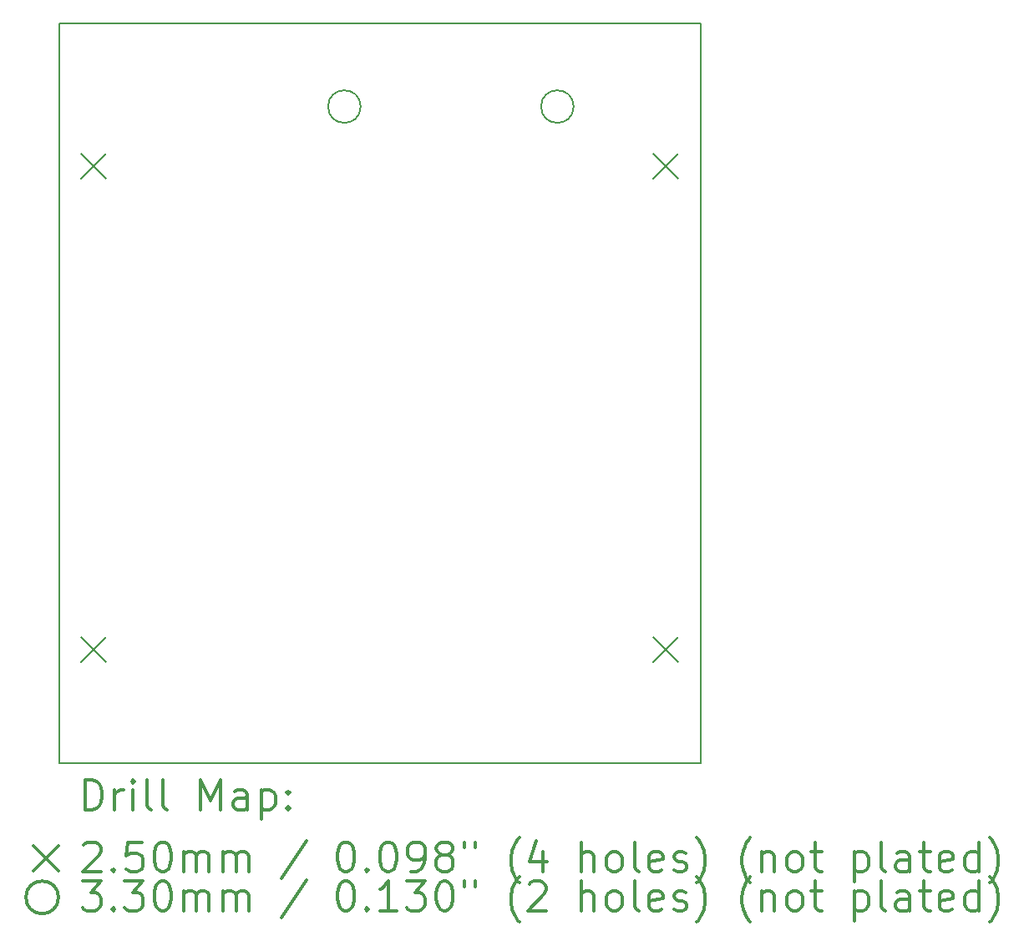
<source format=gbr>
%FSLAX45Y45*%
G04 Gerber Fmt 4.5, Leading zero omitted, Abs format (unit mm)*
G04 Created by KiCad (PCBNEW 4.0.7) date 06/19/19 10:20:38*
%MOMM*%
%LPD*%
G01*
G04 APERTURE LIST*
%ADD10C,0.127000*%
%ADD11C,0.150000*%
%ADD12C,0.200000*%
%ADD13C,0.300000*%
G04 APERTURE END LIST*
D10*
D11*
X6500000Y7500000D02*
X0Y7500000D01*
X6500000Y0D02*
X6500000Y7500000D01*
X0Y0D02*
X6500000Y0D01*
X0Y7500000D02*
X0Y0D01*
D12*
X225000Y6175000D02*
X475000Y5925000D01*
X475000Y6175000D02*
X225000Y5925000D01*
X225000Y1275000D02*
X475000Y1025000D01*
X475000Y1275000D02*
X225000Y1025000D01*
X6025000Y6175000D02*
X6275000Y5925000D01*
X6275000Y6175000D02*
X6025000Y5925000D01*
X6025000Y1275000D02*
X6275000Y1025000D01*
X6275000Y1275000D02*
X6025000Y1025000D01*
X3056000Y6655000D02*
G75*
G03X3056000Y6655000I-165000J0D01*
G01*
X5215000Y6655000D02*
G75*
G03X5215000Y6655000I-165000J0D01*
G01*
D13*
X263929Y-473214D02*
X263929Y-173214D01*
X335357Y-173214D01*
X378214Y-187500D01*
X406786Y-216071D01*
X421071Y-244643D01*
X435357Y-301786D01*
X435357Y-344643D01*
X421071Y-401786D01*
X406786Y-430357D01*
X378214Y-458929D01*
X335357Y-473214D01*
X263929Y-473214D01*
X563929Y-473214D02*
X563929Y-273214D01*
X563929Y-330357D02*
X578214Y-301786D01*
X592500Y-287500D01*
X621071Y-273214D01*
X649643Y-273214D01*
X749643Y-473214D02*
X749643Y-273214D01*
X749643Y-173214D02*
X735357Y-187500D01*
X749643Y-201786D01*
X763928Y-187500D01*
X749643Y-173214D01*
X749643Y-201786D01*
X935357Y-473214D02*
X906786Y-458929D01*
X892500Y-430357D01*
X892500Y-173214D01*
X1092500Y-473214D02*
X1063929Y-458929D01*
X1049643Y-430357D01*
X1049643Y-173214D01*
X1435357Y-473214D02*
X1435357Y-173214D01*
X1535357Y-387500D01*
X1635357Y-173214D01*
X1635357Y-473214D01*
X1906786Y-473214D02*
X1906786Y-316072D01*
X1892500Y-287500D01*
X1863928Y-273214D01*
X1806786Y-273214D01*
X1778214Y-287500D01*
X1906786Y-458929D02*
X1878214Y-473214D01*
X1806786Y-473214D01*
X1778214Y-458929D01*
X1763928Y-430357D01*
X1763928Y-401786D01*
X1778214Y-373214D01*
X1806786Y-358929D01*
X1878214Y-358929D01*
X1906786Y-344643D01*
X2049643Y-273214D02*
X2049643Y-573214D01*
X2049643Y-287500D02*
X2078214Y-273214D01*
X2135357Y-273214D01*
X2163929Y-287500D01*
X2178214Y-301786D01*
X2192500Y-330357D01*
X2192500Y-416071D01*
X2178214Y-444643D01*
X2163929Y-458929D01*
X2135357Y-473214D01*
X2078214Y-473214D01*
X2049643Y-458929D01*
X2321071Y-444643D02*
X2335357Y-458929D01*
X2321071Y-473214D01*
X2306786Y-458929D01*
X2321071Y-444643D01*
X2321071Y-473214D01*
X2321071Y-287500D02*
X2335357Y-301786D01*
X2321071Y-316072D01*
X2306786Y-301786D01*
X2321071Y-287500D01*
X2321071Y-316072D01*
X-257500Y-842500D02*
X-7500Y-1092500D01*
X-7500Y-842500D02*
X-257500Y-1092500D01*
X249643Y-831786D02*
X263929Y-817500D01*
X292500Y-803214D01*
X363928Y-803214D01*
X392500Y-817500D01*
X406786Y-831786D01*
X421071Y-860357D01*
X421071Y-888929D01*
X406786Y-931786D01*
X235357Y-1103214D01*
X421071Y-1103214D01*
X549643Y-1074643D02*
X563929Y-1088929D01*
X549643Y-1103214D01*
X535357Y-1088929D01*
X549643Y-1074643D01*
X549643Y-1103214D01*
X835357Y-803214D02*
X692500Y-803214D01*
X678214Y-946071D01*
X692500Y-931786D01*
X721071Y-917500D01*
X792500Y-917500D01*
X821071Y-931786D01*
X835357Y-946071D01*
X849643Y-974643D01*
X849643Y-1046071D01*
X835357Y-1074643D01*
X821071Y-1088929D01*
X792500Y-1103214D01*
X721071Y-1103214D01*
X692500Y-1088929D01*
X678214Y-1074643D01*
X1035357Y-803214D02*
X1063929Y-803214D01*
X1092500Y-817500D01*
X1106786Y-831786D01*
X1121071Y-860357D01*
X1135357Y-917500D01*
X1135357Y-988929D01*
X1121071Y-1046071D01*
X1106786Y-1074643D01*
X1092500Y-1088929D01*
X1063929Y-1103214D01*
X1035357Y-1103214D01*
X1006786Y-1088929D01*
X992500Y-1074643D01*
X978214Y-1046071D01*
X963928Y-988929D01*
X963928Y-917500D01*
X978214Y-860357D01*
X992500Y-831786D01*
X1006786Y-817500D01*
X1035357Y-803214D01*
X1263929Y-1103214D02*
X1263929Y-903214D01*
X1263929Y-931786D02*
X1278214Y-917500D01*
X1306786Y-903214D01*
X1349643Y-903214D01*
X1378214Y-917500D01*
X1392500Y-946071D01*
X1392500Y-1103214D01*
X1392500Y-946071D02*
X1406786Y-917500D01*
X1435357Y-903214D01*
X1478214Y-903214D01*
X1506786Y-917500D01*
X1521071Y-946071D01*
X1521071Y-1103214D01*
X1663928Y-1103214D02*
X1663928Y-903214D01*
X1663928Y-931786D02*
X1678214Y-917500D01*
X1706786Y-903214D01*
X1749643Y-903214D01*
X1778214Y-917500D01*
X1792500Y-946071D01*
X1792500Y-1103214D01*
X1792500Y-946071D02*
X1806786Y-917500D01*
X1835357Y-903214D01*
X1878214Y-903214D01*
X1906786Y-917500D01*
X1921071Y-946071D01*
X1921071Y-1103214D01*
X2506786Y-788929D02*
X2249643Y-1174643D01*
X2892500Y-803214D02*
X2921071Y-803214D01*
X2949643Y-817500D01*
X2963928Y-831786D01*
X2978214Y-860357D01*
X2992500Y-917500D01*
X2992500Y-988929D01*
X2978214Y-1046071D01*
X2963928Y-1074643D01*
X2949643Y-1088929D01*
X2921071Y-1103214D01*
X2892500Y-1103214D01*
X2863928Y-1088929D01*
X2849643Y-1074643D01*
X2835357Y-1046071D01*
X2821071Y-988929D01*
X2821071Y-917500D01*
X2835357Y-860357D01*
X2849643Y-831786D01*
X2863928Y-817500D01*
X2892500Y-803214D01*
X3121071Y-1074643D02*
X3135357Y-1088929D01*
X3121071Y-1103214D01*
X3106786Y-1088929D01*
X3121071Y-1074643D01*
X3121071Y-1103214D01*
X3321071Y-803214D02*
X3349643Y-803214D01*
X3378214Y-817500D01*
X3392500Y-831786D01*
X3406785Y-860357D01*
X3421071Y-917500D01*
X3421071Y-988929D01*
X3406785Y-1046071D01*
X3392500Y-1074643D01*
X3378214Y-1088929D01*
X3349643Y-1103214D01*
X3321071Y-1103214D01*
X3292500Y-1088929D01*
X3278214Y-1074643D01*
X3263928Y-1046071D01*
X3249643Y-988929D01*
X3249643Y-917500D01*
X3263928Y-860357D01*
X3278214Y-831786D01*
X3292500Y-817500D01*
X3321071Y-803214D01*
X3563928Y-1103214D02*
X3621071Y-1103214D01*
X3649643Y-1088929D01*
X3663928Y-1074643D01*
X3692500Y-1031786D01*
X3706785Y-974643D01*
X3706785Y-860357D01*
X3692500Y-831786D01*
X3678214Y-817500D01*
X3649643Y-803214D01*
X3592500Y-803214D01*
X3563928Y-817500D01*
X3549643Y-831786D01*
X3535357Y-860357D01*
X3535357Y-931786D01*
X3549643Y-960357D01*
X3563928Y-974643D01*
X3592500Y-988929D01*
X3649643Y-988929D01*
X3678214Y-974643D01*
X3692500Y-960357D01*
X3706785Y-931786D01*
X3878214Y-931786D02*
X3849643Y-917500D01*
X3835357Y-903214D01*
X3821071Y-874643D01*
X3821071Y-860357D01*
X3835357Y-831786D01*
X3849643Y-817500D01*
X3878214Y-803214D01*
X3935357Y-803214D01*
X3963928Y-817500D01*
X3978214Y-831786D01*
X3992500Y-860357D01*
X3992500Y-874643D01*
X3978214Y-903214D01*
X3963928Y-917500D01*
X3935357Y-931786D01*
X3878214Y-931786D01*
X3849643Y-946071D01*
X3835357Y-960357D01*
X3821071Y-988929D01*
X3821071Y-1046071D01*
X3835357Y-1074643D01*
X3849643Y-1088929D01*
X3878214Y-1103214D01*
X3935357Y-1103214D01*
X3963928Y-1088929D01*
X3978214Y-1074643D01*
X3992500Y-1046071D01*
X3992500Y-988929D01*
X3978214Y-960357D01*
X3963928Y-946071D01*
X3935357Y-931786D01*
X4106786Y-803214D02*
X4106786Y-860357D01*
X4221071Y-803214D02*
X4221071Y-860357D01*
X4663928Y-1217500D02*
X4649643Y-1203214D01*
X4621071Y-1160357D01*
X4606786Y-1131786D01*
X4592500Y-1088929D01*
X4578214Y-1017500D01*
X4578214Y-960357D01*
X4592500Y-888929D01*
X4606786Y-846071D01*
X4621071Y-817500D01*
X4649643Y-774643D01*
X4663928Y-760357D01*
X4906786Y-903214D02*
X4906786Y-1103214D01*
X4835357Y-788929D02*
X4763928Y-1003214D01*
X4949643Y-1003214D01*
X5292500Y-1103214D02*
X5292500Y-803214D01*
X5421071Y-1103214D02*
X5421071Y-946071D01*
X5406786Y-917500D01*
X5378214Y-903214D01*
X5335357Y-903214D01*
X5306786Y-917500D01*
X5292500Y-931786D01*
X5606785Y-1103214D02*
X5578214Y-1088929D01*
X5563928Y-1074643D01*
X5549643Y-1046071D01*
X5549643Y-960357D01*
X5563928Y-931786D01*
X5578214Y-917500D01*
X5606785Y-903214D01*
X5649643Y-903214D01*
X5678214Y-917500D01*
X5692500Y-931786D01*
X5706785Y-960357D01*
X5706785Y-1046071D01*
X5692500Y-1074643D01*
X5678214Y-1088929D01*
X5649643Y-1103214D01*
X5606785Y-1103214D01*
X5878214Y-1103214D02*
X5849643Y-1088929D01*
X5835357Y-1060357D01*
X5835357Y-803214D01*
X6106786Y-1088929D02*
X6078214Y-1103214D01*
X6021071Y-1103214D01*
X5992500Y-1088929D01*
X5978214Y-1060357D01*
X5978214Y-946071D01*
X5992500Y-917500D01*
X6021071Y-903214D01*
X6078214Y-903214D01*
X6106786Y-917500D01*
X6121071Y-946071D01*
X6121071Y-974643D01*
X5978214Y-1003214D01*
X6235357Y-1088929D02*
X6263928Y-1103214D01*
X6321071Y-1103214D01*
X6349643Y-1088929D01*
X6363928Y-1060357D01*
X6363928Y-1046071D01*
X6349643Y-1017500D01*
X6321071Y-1003214D01*
X6278214Y-1003214D01*
X6249643Y-988929D01*
X6235357Y-960357D01*
X6235357Y-946071D01*
X6249643Y-917500D01*
X6278214Y-903214D01*
X6321071Y-903214D01*
X6349643Y-917500D01*
X6463928Y-1217500D02*
X6478214Y-1203214D01*
X6506786Y-1160357D01*
X6521071Y-1131786D01*
X6535357Y-1088929D01*
X6549643Y-1017500D01*
X6549643Y-960357D01*
X6535357Y-888929D01*
X6521071Y-846071D01*
X6506786Y-817500D01*
X6478214Y-774643D01*
X6463928Y-760357D01*
X7006786Y-1217500D02*
X6992500Y-1203214D01*
X6963928Y-1160357D01*
X6949643Y-1131786D01*
X6935357Y-1088929D01*
X6921071Y-1017500D01*
X6921071Y-960357D01*
X6935357Y-888929D01*
X6949643Y-846071D01*
X6963928Y-817500D01*
X6992500Y-774643D01*
X7006786Y-760357D01*
X7121071Y-903214D02*
X7121071Y-1103214D01*
X7121071Y-931786D02*
X7135357Y-917500D01*
X7163928Y-903214D01*
X7206786Y-903214D01*
X7235357Y-917500D01*
X7249643Y-946071D01*
X7249643Y-1103214D01*
X7435357Y-1103214D02*
X7406786Y-1088929D01*
X7392500Y-1074643D01*
X7378214Y-1046071D01*
X7378214Y-960357D01*
X7392500Y-931786D01*
X7406786Y-917500D01*
X7435357Y-903214D01*
X7478214Y-903214D01*
X7506786Y-917500D01*
X7521071Y-931786D01*
X7535357Y-960357D01*
X7535357Y-1046071D01*
X7521071Y-1074643D01*
X7506786Y-1088929D01*
X7478214Y-1103214D01*
X7435357Y-1103214D01*
X7621071Y-903214D02*
X7735357Y-903214D01*
X7663928Y-803214D02*
X7663928Y-1060357D01*
X7678214Y-1088929D01*
X7706786Y-1103214D01*
X7735357Y-1103214D01*
X8063928Y-903214D02*
X8063928Y-1203214D01*
X8063928Y-917500D02*
X8092500Y-903214D01*
X8149643Y-903214D01*
X8178214Y-917500D01*
X8192500Y-931786D01*
X8206786Y-960357D01*
X8206786Y-1046071D01*
X8192500Y-1074643D01*
X8178214Y-1088929D01*
X8149643Y-1103214D01*
X8092500Y-1103214D01*
X8063928Y-1088929D01*
X8378214Y-1103214D02*
X8349643Y-1088929D01*
X8335357Y-1060357D01*
X8335357Y-803214D01*
X8621071Y-1103214D02*
X8621071Y-946071D01*
X8606786Y-917500D01*
X8578214Y-903214D01*
X8521071Y-903214D01*
X8492500Y-917500D01*
X8621071Y-1088929D02*
X8592500Y-1103214D01*
X8521071Y-1103214D01*
X8492500Y-1088929D01*
X8478214Y-1060357D01*
X8478214Y-1031786D01*
X8492500Y-1003214D01*
X8521071Y-988929D01*
X8592500Y-988929D01*
X8621071Y-974643D01*
X8721071Y-903214D02*
X8835357Y-903214D01*
X8763929Y-803214D02*
X8763929Y-1060357D01*
X8778214Y-1088929D01*
X8806786Y-1103214D01*
X8835357Y-1103214D01*
X9049643Y-1088929D02*
X9021072Y-1103214D01*
X8963929Y-1103214D01*
X8935357Y-1088929D01*
X8921072Y-1060357D01*
X8921072Y-946071D01*
X8935357Y-917500D01*
X8963929Y-903214D01*
X9021072Y-903214D01*
X9049643Y-917500D01*
X9063929Y-946071D01*
X9063929Y-974643D01*
X8921072Y-1003214D01*
X9321072Y-1103214D02*
X9321072Y-803214D01*
X9321072Y-1088929D02*
X9292500Y-1103214D01*
X9235357Y-1103214D01*
X9206786Y-1088929D01*
X9192500Y-1074643D01*
X9178214Y-1046071D01*
X9178214Y-960357D01*
X9192500Y-931786D01*
X9206786Y-917500D01*
X9235357Y-903214D01*
X9292500Y-903214D01*
X9321072Y-917500D01*
X9435357Y-1217500D02*
X9449643Y-1203214D01*
X9478214Y-1160357D01*
X9492500Y-1131786D01*
X9506786Y-1088929D01*
X9521072Y-1017500D01*
X9521072Y-960357D01*
X9506786Y-888929D01*
X9492500Y-846071D01*
X9478214Y-817500D01*
X9449643Y-774643D01*
X9435357Y-760357D01*
X-7500Y-1363500D02*
G75*
G03X-7500Y-1363500I-165000J0D01*
G01*
X235357Y-1199214D02*
X421071Y-1199214D01*
X321071Y-1313500D01*
X363928Y-1313500D01*
X392500Y-1327786D01*
X406786Y-1342072D01*
X421071Y-1370643D01*
X421071Y-1442071D01*
X406786Y-1470643D01*
X392500Y-1484929D01*
X363928Y-1499214D01*
X278214Y-1499214D01*
X249643Y-1484929D01*
X235357Y-1470643D01*
X549643Y-1470643D02*
X563929Y-1484929D01*
X549643Y-1499214D01*
X535357Y-1484929D01*
X549643Y-1470643D01*
X549643Y-1499214D01*
X663928Y-1199214D02*
X849643Y-1199214D01*
X749643Y-1313500D01*
X792500Y-1313500D01*
X821071Y-1327786D01*
X835357Y-1342072D01*
X849643Y-1370643D01*
X849643Y-1442071D01*
X835357Y-1470643D01*
X821071Y-1484929D01*
X792500Y-1499214D01*
X706786Y-1499214D01*
X678214Y-1484929D01*
X663928Y-1470643D01*
X1035357Y-1199214D02*
X1063929Y-1199214D01*
X1092500Y-1213500D01*
X1106786Y-1227786D01*
X1121071Y-1256357D01*
X1135357Y-1313500D01*
X1135357Y-1384929D01*
X1121071Y-1442071D01*
X1106786Y-1470643D01*
X1092500Y-1484929D01*
X1063929Y-1499214D01*
X1035357Y-1499214D01*
X1006786Y-1484929D01*
X992500Y-1470643D01*
X978214Y-1442071D01*
X963928Y-1384929D01*
X963928Y-1313500D01*
X978214Y-1256357D01*
X992500Y-1227786D01*
X1006786Y-1213500D01*
X1035357Y-1199214D01*
X1263929Y-1499214D02*
X1263929Y-1299214D01*
X1263929Y-1327786D02*
X1278214Y-1313500D01*
X1306786Y-1299214D01*
X1349643Y-1299214D01*
X1378214Y-1313500D01*
X1392500Y-1342072D01*
X1392500Y-1499214D01*
X1392500Y-1342072D02*
X1406786Y-1313500D01*
X1435357Y-1299214D01*
X1478214Y-1299214D01*
X1506786Y-1313500D01*
X1521071Y-1342072D01*
X1521071Y-1499214D01*
X1663928Y-1499214D02*
X1663928Y-1299214D01*
X1663928Y-1327786D02*
X1678214Y-1313500D01*
X1706786Y-1299214D01*
X1749643Y-1299214D01*
X1778214Y-1313500D01*
X1792500Y-1342072D01*
X1792500Y-1499214D01*
X1792500Y-1342072D02*
X1806786Y-1313500D01*
X1835357Y-1299214D01*
X1878214Y-1299214D01*
X1906786Y-1313500D01*
X1921071Y-1342072D01*
X1921071Y-1499214D01*
X2506786Y-1184929D02*
X2249643Y-1570643D01*
X2892500Y-1199214D02*
X2921071Y-1199214D01*
X2949643Y-1213500D01*
X2963928Y-1227786D01*
X2978214Y-1256357D01*
X2992500Y-1313500D01*
X2992500Y-1384929D01*
X2978214Y-1442071D01*
X2963928Y-1470643D01*
X2949643Y-1484929D01*
X2921071Y-1499214D01*
X2892500Y-1499214D01*
X2863928Y-1484929D01*
X2849643Y-1470643D01*
X2835357Y-1442071D01*
X2821071Y-1384929D01*
X2821071Y-1313500D01*
X2835357Y-1256357D01*
X2849643Y-1227786D01*
X2863928Y-1213500D01*
X2892500Y-1199214D01*
X3121071Y-1470643D02*
X3135357Y-1484929D01*
X3121071Y-1499214D01*
X3106786Y-1484929D01*
X3121071Y-1470643D01*
X3121071Y-1499214D01*
X3421071Y-1499214D02*
X3249643Y-1499214D01*
X3335357Y-1499214D02*
X3335357Y-1199214D01*
X3306785Y-1242072D01*
X3278214Y-1270643D01*
X3249643Y-1284929D01*
X3521071Y-1199214D02*
X3706785Y-1199214D01*
X3606785Y-1313500D01*
X3649643Y-1313500D01*
X3678214Y-1327786D01*
X3692500Y-1342072D01*
X3706785Y-1370643D01*
X3706785Y-1442071D01*
X3692500Y-1470643D01*
X3678214Y-1484929D01*
X3649643Y-1499214D01*
X3563928Y-1499214D01*
X3535357Y-1484929D01*
X3521071Y-1470643D01*
X3892500Y-1199214D02*
X3921071Y-1199214D01*
X3949643Y-1213500D01*
X3963928Y-1227786D01*
X3978214Y-1256357D01*
X3992500Y-1313500D01*
X3992500Y-1384929D01*
X3978214Y-1442071D01*
X3963928Y-1470643D01*
X3949643Y-1484929D01*
X3921071Y-1499214D01*
X3892500Y-1499214D01*
X3863928Y-1484929D01*
X3849643Y-1470643D01*
X3835357Y-1442071D01*
X3821071Y-1384929D01*
X3821071Y-1313500D01*
X3835357Y-1256357D01*
X3849643Y-1227786D01*
X3863928Y-1213500D01*
X3892500Y-1199214D01*
X4106786Y-1199214D02*
X4106786Y-1256357D01*
X4221071Y-1199214D02*
X4221071Y-1256357D01*
X4663928Y-1613500D02*
X4649643Y-1599214D01*
X4621071Y-1556357D01*
X4606786Y-1527786D01*
X4592500Y-1484929D01*
X4578214Y-1413500D01*
X4578214Y-1356357D01*
X4592500Y-1284929D01*
X4606786Y-1242072D01*
X4621071Y-1213500D01*
X4649643Y-1170643D01*
X4663928Y-1156357D01*
X4763928Y-1227786D02*
X4778214Y-1213500D01*
X4806786Y-1199214D01*
X4878214Y-1199214D01*
X4906786Y-1213500D01*
X4921071Y-1227786D01*
X4935357Y-1256357D01*
X4935357Y-1284929D01*
X4921071Y-1327786D01*
X4749643Y-1499214D01*
X4935357Y-1499214D01*
X5292500Y-1499214D02*
X5292500Y-1199214D01*
X5421071Y-1499214D02*
X5421071Y-1342072D01*
X5406786Y-1313500D01*
X5378214Y-1299214D01*
X5335357Y-1299214D01*
X5306786Y-1313500D01*
X5292500Y-1327786D01*
X5606785Y-1499214D02*
X5578214Y-1484929D01*
X5563928Y-1470643D01*
X5549643Y-1442071D01*
X5549643Y-1356357D01*
X5563928Y-1327786D01*
X5578214Y-1313500D01*
X5606785Y-1299214D01*
X5649643Y-1299214D01*
X5678214Y-1313500D01*
X5692500Y-1327786D01*
X5706785Y-1356357D01*
X5706785Y-1442071D01*
X5692500Y-1470643D01*
X5678214Y-1484929D01*
X5649643Y-1499214D01*
X5606785Y-1499214D01*
X5878214Y-1499214D02*
X5849643Y-1484929D01*
X5835357Y-1456357D01*
X5835357Y-1199214D01*
X6106786Y-1484929D02*
X6078214Y-1499214D01*
X6021071Y-1499214D01*
X5992500Y-1484929D01*
X5978214Y-1456357D01*
X5978214Y-1342072D01*
X5992500Y-1313500D01*
X6021071Y-1299214D01*
X6078214Y-1299214D01*
X6106786Y-1313500D01*
X6121071Y-1342072D01*
X6121071Y-1370643D01*
X5978214Y-1399214D01*
X6235357Y-1484929D02*
X6263928Y-1499214D01*
X6321071Y-1499214D01*
X6349643Y-1484929D01*
X6363928Y-1456357D01*
X6363928Y-1442071D01*
X6349643Y-1413500D01*
X6321071Y-1399214D01*
X6278214Y-1399214D01*
X6249643Y-1384929D01*
X6235357Y-1356357D01*
X6235357Y-1342072D01*
X6249643Y-1313500D01*
X6278214Y-1299214D01*
X6321071Y-1299214D01*
X6349643Y-1313500D01*
X6463928Y-1613500D02*
X6478214Y-1599214D01*
X6506786Y-1556357D01*
X6521071Y-1527786D01*
X6535357Y-1484929D01*
X6549643Y-1413500D01*
X6549643Y-1356357D01*
X6535357Y-1284929D01*
X6521071Y-1242072D01*
X6506786Y-1213500D01*
X6478214Y-1170643D01*
X6463928Y-1156357D01*
X7006786Y-1613500D02*
X6992500Y-1599214D01*
X6963928Y-1556357D01*
X6949643Y-1527786D01*
X6935357Y-1484929D01*
X6921071Y-1413500D01*
X6921071Y-1356357D01*
X6935357Y-1284929D01*
X6949643Y-1242072D01*
X6963928Y-1213500D01*
X6992500Y-1170643D01*
X7006786Y-1156357D01*
X7121071Y-1299214D02*
X7121071Y-1499214D01*
X7121071Y-1327786D02*
X7135357Y-1313500D01*
X7163928Y-1299214D01*
X7206786Y-1299214D01*
X7235357Y-1313500D01*
X7249643Y-1342072D01*
X7249643Y-1499214D01*
X7435357Y-1499214D02*
X7406786Y-1484929D01*
X7392500Y-1470643D01*
X7378214Y-1442071D01*
X7378214Y-1356357D01*
X7392500Y-1327786D01*
X7406786Y-1313500D01*
X7435357Y-1299214D01*
X7478214Y-1299214D01*
X7506786Y-1313500D01*
X7521071Y-1327786D01*
X7535357Y-1356357D01*
X7535357Y-1442071D01*
X7521071Y-1470643D01*
X7506786Y-1484929D01*
X7478214Y-1499214D01*
X7435357Y-1499214D01*
X7621071Y-1299214D02*
X7735357Y-1299214D01*
X7663928Y-1199214D02*
X7663928Y-1456357D01*
X7678214Y-1484929D01*
X7706786Y-1499214D01*
X7735357Y-1499214D01*
X8063928Y-1299214D02*
X8063928Y-1599214D01*
X8063928Y-1313500D02*
X8092500Y-1299214D01*
X8149643Y-1299214D01*
X8178214Y-1313500D01*
X8192500Y-1327786D01*
X8206786Y-1356357D01*
X8206786Y-1442071D01*
X8192500Y-1470643D01*
X8178214Y-1484929D01*
X8149643Y-1499214D01*
X8092500Y-1499214D01*
X8063928Y-1484929D01*
X8378214Y-1499214D02*
X8349643Y-1484929D01*
X8335357Y-1456357D01*
X8335357Y-1199214D01*
X8621071Y-1499214D02*
X8621071Y-1342072D01*
X8606786Y-1313500D01*
X8578214Y-1299214D01*
X8521071Y-1299214D01*
X8492500Y-1313500D01*
X8621071Y-1484929D02*
X8592500Y-1499214D01*
X8521071Y-1499214D01*
X8492500Y-1484929D01*
X8478214Y-1456357D01*
X8478214Y-1427786D01*
X8492500Y-1399214D01*
X8521071Y-1384929D01*
X8592500Y-1384929D01*
X8621071Y-1370643D01*
X8721071Y-1299214D02*
X8835357Y-1299214D01*
X8763929Y-1199214D02*
X8763929Y-1456357D01*
X8778214Y-1484929D01*
X8806786Y-1499214D01*
X8835357Y-1499214D01*
X9049643Y-1484929D02*
X9021072Y-1499214D01*
X8963929Y-1499214D01*
X8935357Y-1484929D01*
X8921072Y-1456357D01*
X8921072Y-1342072D01*
X8935357Y-1313500D01*
X8963929Y-1299214D01*
X9021072Y-1299214D01*
X9049643Y-1313500D01*
X9063929Y-1342072D01*
X9063929Y-1370643D01*
X8921072Y-1399214D01*
X9321072Y-1499214D02*
X9321072Y-1199214D01*
X9321072Y-1484929D02*
X9292500Y-1499214D01*
X9235357Y-1499214D01*
X9206786Y-1484929D01*
X9192500Y-1470643D01*
X9178214Y-1442071D01*
X9178214Y-1356357D01*
X9192500Y-1327786D01*
X9206786Y-1313500D01*
X9235357Y-1299214D01*
X9292500Y-1299214D01*
X9321072Y-1313500D01*
X9435357Y-1613500D02*
X9449643Y-1599214D01*
X9478214Y-1556357D01*
X9492500Y-1527786D01*
X9506786Y-1484929D01*
X9521072Y-1413500D01*
X9521072Y-1356357D01*
X9506786Y-1284929D01*
X9492500Y-1242072D01*
X9478214Y-1213500D01*
X9449643Y-1170643D01*
X9435357Y-1156357D01*
M02*

</source>
